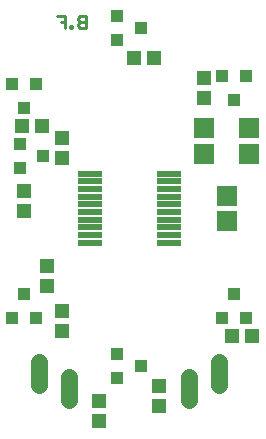
<source format=gbs>
G75*
G70*
%OFA0B0*%
%FSLAX24Y24*%
%IPPOS*%
%LPD*%
%AMOC8*
5,1,8,0,0,1.08239X$1,22.5*
%
%ADD10R,0.0395X0.0434*%
%ADD11R,0.0434X0.0395*%
%ADD12R,0.0789X0.0230*%
%ADD13R,0.0700X0.0650*%
%ADD14C,0.0580*%
%ADD15R,0.0474X0.0513*%
%ADD16C,0.0090*%
%ADD17R,0.0513X0.0474*%
D10*
X001956Y004956D03*
X002744Y004956D03*
X002350Y005744D03*
X008956Y004956D03*
X009744Y004956D03*
X009350Y005744D03*
X002350Y011956D03*
X001956Y012744D03*
X002744Y012744D03*
X008956Y012994D03*
X009744Y012994D03*
X009350Y012206D03*
D11*
X005456Y014206D03*
X006244Y014600D03*
X005456Y014994D03*
X002206Y010744D03*
X002994Y010350D03*
X002206Y009956D03*
X005456Y003744D03*
X006244Y003350D03*
X005456Y002956D03*
D12*
X004531Y007448D03*
X004531Y007704D03*
X004531Y007960D03*
X004531Y008216D03*
X004531Y008472D03*
X004531Y008728D03*
X004531Y008984D03*
X004531Y009240D03*
X004531Y009496D03*
X004531Y009752D03*
X007169Y009752D03*
X007169Y009496D03*
X007169Y009240D03*
X007169Y008984D03*
X007169Y008728D03*
X007169Y008472D03*
X007169Y008216D03*
X007169Y007960D03*
X007169Y007704D03*
X007169Y007448D03*
D13*
X009100Y008175D03*
X009100Y009025D03*
X008350Y010425D03*
X009850Y010425D03*
X009850Y011275D03*
X008350Y011275D03*
D14*
X008850Y003475D02*
X008850Y002725D01*
X007850Y002975D02*
X007850Y002225D01*
X003850Y002225D02*
X003850Y002975D01*
X002850Y002725D02*
X002850Y003475D01*
D15*
X004850Y001515D03*
X004850Y002185D03*
X006850Y002015D03*
X006850Y002685D03*
X003600Y004515D03*
X003600Y005185D03*
X003100Y006015D03*
X003100Y006685D03*
X002350Y008515D03*
X002350Y009185D03*
X003600Y010265D03*
X003600Y010935D03*
X008350Y012265D03*
X008350Y012935D03*
D16*
X004405Y014595D02*
X004200Y014595D01*
X004132Y014663D01*
X004132Y014732D01*
X004200Y014800D01*
X004405Y014800D01*
X004200Y014800D02*
X004132Y014869D01*
X004132Y014937D01*
X004200Y015005D01*
X004405Y015005D01*
X004405Y014595D01*
X003945Y014595D02*
X003945Y014663D01*
X003877Y014663D01*
X003877Y014595D01*
X003945Y014595D01*
X003715Y014595D02*
X003715Y015005D01*
X003441Y015005D01*
X003578Y014800D02*
X003715Y014800D01*
D17*
X006015Y013600D03*
X006685Y013600D03*
X002935Y011350D03*
X002265Y011350D03*
X009265Y004350D03*
X009935Y004350D03*
M02*

</source>
